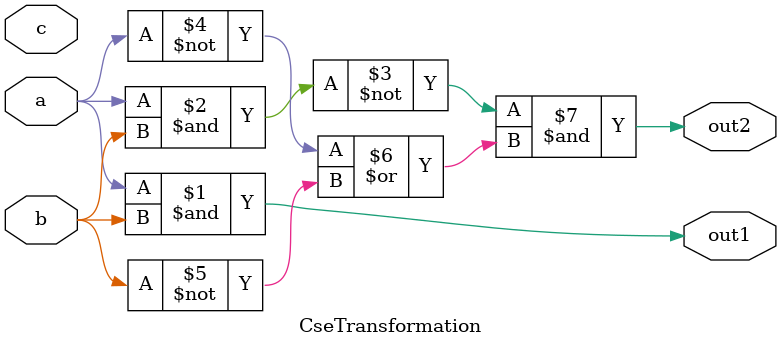
<source format=sv>
module CseTransformation(input logic a, b,c,
                output logic out1,out2);

    assign out1 = a & b;
    assign out2 = ~(a & b) & (~a | ~b);
    // questo produce alla fine un ccnot controllato dallo stesso qubit due volte
    // non penso sia fattibile bisognerebbe implementare un passaggio che se nota questa CseTransformation
    // lo sostituisce con il gate equivalente
endmodule
</source>
